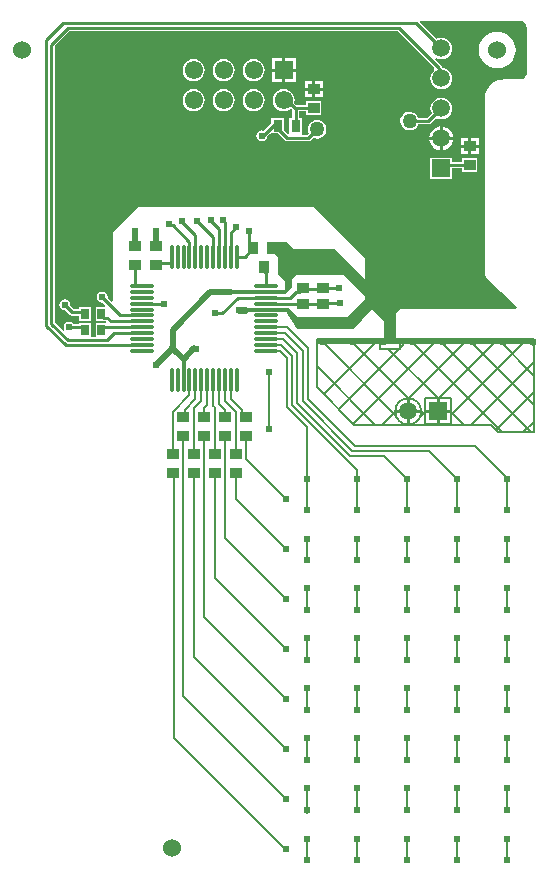
<source format=gbl>
G04*
G04 #@! TF.GenerationSoftware,Altium Limited,Altium Designer,20.0.14 (345)*
G04*
G04 Layer_Physical_Order=2*
G04 Layer_Color=16711680*
%FSLAX25Y25*%
%MOIN*%
G70*
G01*
G75*
%ADD30C,0.00700*%
%ADD32R,0.03150X0.03937*%
%ADD34R,0.03937X0.03543*%
%ADD38C,0.01000*%
%ADD39C,0.02400*%
%ADD40C,0.02000*%
%ADD41C,0.05000*%
%ADD42C,0.06000*%
%ADD43C,0.06102*%
%ADD44R,0.06102X0.06102*%
%ADD45C,0.05984*%
%ADD46R,0.05984X0.05984*%
%ADD47R,0.05984X0.05984*%
%ADD48C,0.02400*%
%ADD49R,0.04000X0.03000*%
G04:AMPARAMS|DCode=50|XSize=30mil|YSize=40mil|CornerRadius=0mil|HoleSize=0mil|Usage=FLASHONLY|Rotation=45.000|XOffset=0mil|YOffset=0mil|HoleType=Round|Shape=Rectangle|*
%AMROTATEDRECTD50*
4,1,4,0.00354,-0.02475,-0.02475,0.00354,-0.00354,0.02475,0.02475,-0.00354,0.00354,-0.02475,0.0*
%
%ADD50ROTATEDRECTD50*%

G04:AMPARAMS|DCode=51|XSize=30mil|YSize=40mil|CornerRadius=0mil|HoleSize=0mil|Usage=FLASHONLY|Rotation=315.000|XOffset=0mil|YOffset=0mil|HoleType=Round|Shape=Rectangle|*
%AMROTATEDRECTD51*
4,1,4,-0.02475,-0.00354,0.00354,0.02475,0.02475,0.00354,-0.00354,-0.02475,-0.02475,-0.00354,0.0*
%
%ADD51ROTATEDRECTD51*%

%ADD52R,0.02756X0.03543*%
%ADD53R,0.03543X0.03937*%
%ADD54O,0.01181X0.08071*%
%ADD55O,0.08071X0.01181*%
%ADD56C,0.01200*%
%ADD57C,0.04000*%
G36*
X178098Y-2104D02*
X178577Y-2302D01*
X179007Y-2590D01*
X179374Y-2956D01*
X179662Y-3387D01*
X179860Y-3865D01*
X179976Y-4447D01*
X179998Y-4747D01*
X180046Y-19020D01*
Y-19270D01*
X179947Y-19769D01*
X179753Y-20239D01*
X179470Y-20662D01*
X179111Y-21021D01*
X178688Y-21304D01*
X178218Y-21498D01*
X177719Y-21597D01*
X172493D01*
X172443Y-21607D01*
X172393Y-21600D01*
X171950Y-21622D01*
X171803Y-21658D01*
X171652D01*
X170784Y-21831D01*
X170598Y-21908D01*
X170402Y-21947D01*
X169584Y-22286D01*
X169417Y-22398D01*
X169231Y-22474D01*
X168495Y-22966D01*
X168353Y-23108D01*
X168186Y-23220D01*
X167560Y-23846D01*
X167448Y-24013D01*
X167306Y-24155D01*
X166814Y-24891D01*
X166738Y-25076D01*
X166626Y-25243D01*
X166287Y-26061D01*
X166248Y-26258D01*
X166171Y-26444D01*
X165998Y-27312D01*
Y-27517D01*
X165959Y-27717D01*
X165961Y-28157D01*
Y-86000D01*
X166116Y-86780D01*
X166558Y-87442D01*
X171558Y-92442D01*
X171558Y-92442D01*
X176654Y-97538D01*
X176463Y-98000D01*
X138038D01*
X136500Y-99530D01*
Y-102000D01*
X132500D01*
X128600Y-98100D01*
X126200D01*
Y-87422D01*
X126200Y-87422D01*
X126200Y-81200D01*
X109000Y-64000D01*
X50500Y-64000D01*
X42000Y-72500D01*
Y-95521D01*
X41538Y-95713D01*
X40294Y-94469D01*
X40335Y-94261D01*
X40196Y-93559D01*
X39798Y-92963D01*
X39202Y-92565D01*
X38500Y-92426D01*
X37798Y-92565D01*
X37202Y-92963D01*
X36805Y-93559D01*
X36665Y-94261D01*
X36805Y-94963D01*
X37202Y-95559D01*
X37798Y-95956D01*
X38500Y-96096D01*
X38708Y-96055D01*
X39580Y-96927D01*
X39389Y-97389D01*
X36278D01*
Y-102133D01*
X39067D01*
X39134Y-102146D01*
X39632D01*
X39820Y-102389D01*
X39580Y-102889D01*
X36278D01*
Y-107398D01*
X34722D01*
Y-102889D01*
X30766D01*
Y-103139D01*
X28915D01*
X28798Y-102963D01*
X28202Y-102565D01*
X27500Y-102426D01*
X26798Y-102565D01*
X26202Y-102963D01*
X25804Y-103559D01*
X25665Y-104261D01*
X25804Y-104963D01*
X25897Y-105102D01*
X25509Y-105421D01*
X22622Y-102534D01*
Y-10465D01*
X27465Y-5621D01*
X137035D01*
X149246Y-17832D01*
X149203Y-18496D01*
X148938Y-18699D01*
X148362Y-19449D01*
X148000Y-20323D01*
X147877Y-21261D01*
X148000Y-22199D01*
X148362Y-23073D01*
X148938Y-23823D01*
X149688Y-24399D01*
X150562Y-24761D01*
X151500Y-24884D01*
X152438Y-24761D01*
X153312Y-24399D01*
X154062Y-23823D01*
X154638Y-23073D01*
X155000Y-22199D01*
X155123Y-21261D01*
X155000Y-20323D01*
X154638Y-19449D01*
X154062Y-18699D01*
X153312Y-18123D01*
X152438Y-17761D01*
X151821Y-17680D01*
X151740Y-17275D01*
X151497Y-16911D01*
X151497Y-16911D01*
X149373Y-14786D01*
X149688Y-14399D01*
X150562Y-14761D01*
X151500Y-14884D01*
X152438Y-14761D01*
X153312Y-14399D01*
X154062Y-13823D01*
X154638Y-13072D01*
X155000Y-12199D01*
X155123Y-11261D01*
X155000Y-10323D01*
X154638Y-9449D01*
X154062Y-8699D01*
X153312Y-8123D01*
X152438Y-7761D01*
X151500Y-7638D01*
X150562Y-7761D01*
X149872Y-8047D01*
X144335Y-2510D01*
X144542Y-2010D01*
X177332Y-2003D01*
X177590D01*
X178098Y-2104D01*
D02*
G37*
G36*
X100000Y-75761D02*
X102239Y-78000D01*
X115900Y-78000D01*
X122764Y-84864D01*
X120915Y-88007D01*
X119670Y-86761D01*
X103288Y-86761D01*
X101120Y-88929D01*
X101120Y-90641D01*
X99358Y-92403D01*
Y-88802D01*
X99060Y-88504D01*
X97000Y-86367D01*
Y-80761D01*
X96000Y-79761D01*
X94000D01*
X93500Y-79261D01*
Y-75761D01*
X100000Y-75761D01*
D02*
G37*
G36*
X100374Y-98308D02*
X102827Y-100761D01*
X103364Y-100761D01*
X120539Y-100761D01*
X122435Y-98865D01*
X125235Y-101665D01*
X122139Y-104761D01*
X103363Y-104761D01*
X99356Y-98308D01*
X100374Y-98308D01*
D02*
G37*
G36*
X182503Y-109950D02*
X110000D01*
Y-107900D01*
X182503D01*
Y-109950D01*
D02*
G37*
%LPC*%
G36*
X170200Y-5649D02*
X169000Y-5767D01*
X167846Y-6117D01*
X166783Y-6686D01*
X165851Y-7451D01*
X165086Y-8383D01*
X164517Y-9446D01*
X164167Y-10600D01*
X164049Y-11800D01*
X164167Y-13000D01*
X164517Y-14154D01*
X165086Y-15217D01*
X165851Y-16149D01*
X166783Y-16914D01*
X167846Y-17483D01*
X169000Y-17833D01*
X170200Y-17951D01*
X171400Y-17833D01*
X172554Y-17483D01*
X173617Y-16914D01*
X174549Y-16149D01*
X175314Y-15217D01*
X175883Y-14154D01*
X176233Y-13000D01*
X176351Y-11800D01*
X176233Y-10600D01*
X175883Y-9446D01*
X175314Y-8383D01*
X174549Y-7451D01*
X173617Y-6686D01*
X172554Y-6117D01*
X171400Y-5767D01*
X170200Y-5649D01*
D02*
G37*
G36*
X103051Y-14449D02*
X99500D01*
Y-18000D01*
X103051D01*
Y-14449D01*
D02*
G37*
G36*
X98500D02*
X94949D01*
Y-18000D01*
X98500D01*
Y-14449D01*
D02*
G37*
G36*
X89000Y-14817D02*
X88047Y-14943D01*
X87159Y-15311D01*
X86396Y-15896D01*
X85811Y-16659D01*
X85443Y-17547D01*
X85317Y-18500D01*
X85443Y-19453D01*
X85811Y-20341D01*
X86396Y-21104D01*
X87159Y-21689D01*
X88047Y-22057D01*
X89000Y-22183D01*
X89953Y-22057D01*
X90841Y-21689D01*
X91604Y-21104D01*
X92189Y-20341D01*
X92557Y-19453D01*
X92683Y-18500D01*
X92557Y-17547D01*
X92189Y-16659D01*
X91604Y-15896D01*
X90841Y-15311D01*
X89953Y-14943D01*
X89000Y-14817D01*
D02*
G37*
G36*
X79000D02*
X78047Y-14943D01*
X77159Y-15311D01*
X76396Y-15896D01*
X75811Y-16659D01*
X75443Y-17547D01*
X75317Y-18500D01*
X75443Y-19453D01*
X75811Y-20341D01*
X76396Y-21104D01*
X77159Y-21689D01*
X78047Y-22057D01*
X79000Y-22183D01*
X79953Y-22057D01*
X80841Y-21689D01*
X81604Y-21104D01*
X82189Y-20341D01*
X82557Y-19453D01*
X82683Y-18500D01*
X82557Y-17547D01*
X82189Y-16659D01*
X81604Y-15896D01*
X80841Y-15311D01*
X79953Y-14943D01*
X79000Y-14817D01*
D02*
G37*
G36*
X69000D02*
X68047Y-14943D01*
X67159Y-15311D01*
X66396Y-15896D01*
X65811Y-16659D01*
X65443Y-17547D01*
X65317Y-18500D01*
X65443Y-19453D01*
X65811Y-20341D01*
X66396Y-21104D01*
X67159Y-21689D01*
X68047Y-22057D01*
X69000Y-22183D01*
X69953Y-22057D01*
X70841Y-21689D01*
X71604Y-21104D01*
X72189Y-20341D01*
X72557Y-19453D01*
X72683Y-18500D01*
X72557Y-17547D01*
X72189Y-16659D01*
X71604Y-15896D01*
X70841Y-15311D01*
X69953Y-14943D01*
X69000Y-14817D01*
D02*
G37*
G36*
X103051Y-19000D02*
X99500D01*
Y-22551D01*
X103051D01*
Y-19000D01*
D02*
G37*
G36*
X98500D02*
X94949D01*
Y-22551D01*
X98500D01*
Y-19000D01*
D02*
G37*
G36*
X111969Y-22079D02*
X109500D01*
Y-24350D01*
X111969D01*
Y-22079D01*
D02*
G37*
G36*
X108500D02*
X106032D01*
Y-24350D01*
X108500D01*
Y-22079D01*
D02*
G37*
G36*
X111969Y-25350D02*
X109500D01*
Y-27622D01*
X111969D01*
Y-25350D01*
D02*
G37*
G36*
X108500D02*
X106032D01*
Y-27622D01*
X108500D01*
Y-25350D01*
D02*
G37*
G36*
X89000Y-24817D02*
X88047Y-24943D01*
X87159Y-25311D01*
X86396Y-25896D01*
X85811Y-26659D01*
X85443Y-27547D01*
X85317Y-28500D01*
X85443Y-29453D01*
X85811Y-30341D01*
X86396Y-31104D01*
X87159Y-31689D01*
X88047Y-32057D01*
X89000Y-32183D01*
X89953Y-32057D01*
X90841Y-31689D01*
X91604Y-31104D01*
X92189Y-30341D01*
X92557Y-29453D01*
X92683Y-28500D01*
X92557Y-27547D01*
X92189Y-26659D01*
X91604Y-25896D01*
X90841Y-25311D01*
X89953Y-24943D01*
X89000Y-24817D01*
D02*
G37*
G36*
X79000D02*
X78047Y-24943D01*
X77159Y-25311D01*
X76396Y-25896D01*
X75811Y-26659D01*
X75443Y-27547D01*
X75317Y-28500D01*
X75443Y-29453D01*
X75811Y-30341D01*
X76396Y-31104D01*
X77159Y-31689D01*
X78047Y-32057D01*
X79000Y-32183D01*
X79953Y-32057D01*
X80841Y-31689D01*
X81604Y-31104D01*
X82189Y-30341D01*
X82557Y-29453D01*
X82683Y-28500D01*
X82557Y-27547D01*
X82189Y-26659D01*
X81604Y-25896D01*
X80841Y-25311D01*
X79953Y-24943D01*
X79000Y-24817D01*
D02*
G37*
G36*
X69000D02*
X68047Y-24943D01*
X67159Y-25311D01*
X66396Y-25896D01*
X65811Y-26659D01*
X65443Y-27547D01*
X65317Y-28500D01*
X65443Y-29453D01*
X65811Y-30341D01*
X66396Y-31104D01*
X67159Y-31689D01*
X68047Y-32057D01*
X69000Y-32183D01*
X69953Y-32057D01*
X70841Y-31689D01*
X71604Y-31104D01*
X72189Y-30341D01*
X72557Y-29453D01*
X72683Y-28500D01*
X72557Y-27547D01*
X72189Y-26659D01*
X71604Y-25896D01*
X70841Y-25311D01*
X69953Y-24943D01*
X69000Y-24817D01*
D02*
G37*
G36*
X99000D02*
X98047Y-24943D01*
X97159Y-25311D01*
X96396Y-25896D01*
X95811Y-26659D01*
X95443Y-27547D01*
X95317Y-28500D01*
X95443Y-29453D01*
X95811Y-30341D01*
X96396Y-31104D01*
X97159Y-31689D01*
X98047Y-32057D01*
X99000Y-32183D01*
X99953Y-32057D01*
X100841Y-31689D01*
X101350Y-31299D01*
X101831Y-31780D01*
Y-34431D01*
X100778D01*
Y-39485D01*
X100365Y-39779D01*
X99222Y-38636D01*
Y-34431D01*
X94872D01*
Y-36041D01*
X92190Y-38724D01*
X91732Y-38633D01*
X91030Y-38772D01*
X90434Y-39170D01*
X90037Y-39766D01*
X89897Y-40468D01*
X90037Y-41170D01*
X90434Y-41766D01*
X91030Y-42163D01*
X91732Y-42303D01*
X92435Y-42163D01*
X93030Y-41766D01*
X93428Y-41170D01*
X93555Y-40531D01*
X94396Y-39690D01*
X94872Y-39568D01*
Y-39568D01*
X94872Y-39568D01*
X96982D01*
X99346Y-41932D01*
X99347Y-41933D01*
X99710Y-42176D01*
X100139Y-42261D01*
X107180D01*
X107180Y-42261D01*
X107609Y-42176D01*
X107973Y-41933D01*
X108853Y-41053D01*
X109575Y-41281D01*
X110390Y-41317D01*
X111187Y-41140D01*
X111911Y-40763D01*
X112513Y-40212D01*
X112952Y-39523D01*
X113197Y-38745D01*
X113233Y-37929D01*
X113056Y-37132D01*
X112679Y-36408D01*
X112128Y-35807D01*
X111439Y-35368D01*
X110661Y-35123D01*
X109845Y-35087D01*
X109048Y-35264D01*
X108325Y-35640D01*
X107723Y-36192D01*
X107284Y-36880D01*
X107039Y-37659D01*
X107003Y-38474D01*
X107180Y-39271D01*
X107276Y-39457D01*
X106716Y-40018D01*
X105250D01*
X105128Y-39568D01*
X105128Y-39518D01*
Y-34431D01*
X104074D01*
Y-32271D01*
X106431D01*
Y-33521D01*
X111568D01*
Y-28778D01*
X106431D01*
Y-30028D01*
X103251D01*
X102571Y-29348D01*
X102683Y-28500D01*
X102557Y-27547D01*
X102189Y-26659D01*
X101604Y-25896D01*
X100841Y-25311D01*
X99953Y-24943D01*
X99000Y-24817D01*
D02*
G37*
G36*
X151500Y-27638D02*
X150562Y-27761D01*
X149688Y-28123D01*
X148938Y-28699D01*
X148362Y-29449D01*
X148000Y-30323D01*
X147877Y-31261D01*
X148000Y-32199D01*
X148286Y-32889D01*
X146796Y-34378D01*
X143911D01*
X143561Y-33707D01*
X143010Y-33105D01*
X142321Y-32666D01*
X141543Y-32421D01*
X140727Y-32385D01*
X139931Y-32562D01*
X139207Y-32939D01*
X138605Y-33490D01*
X138166Y-34179D01*
X137921Y-34957D01*
X137885Y-35772D01*
X138062Y-36569D01*
X138439Y-37293D01*
X138990Y-37895D01*
X139679Y-38334D01*
X140457Y-38579D01*
X141272Y-38615D01*
X142069Y-38438D01*
X142793Y-38061D01*
X143395Y-37510D01*
X143834Y-36821D01*
X143897Y-36622D01*
X147261D01*
X147261Y-36622D01*
X147690Y-36536D01*
X148054Y-36293D01*
X149872Y-34475D01*
X150562Y-34761D01*
X151500Y-34884D01*
X152438Y-34761D01*
X153312Y-34399D01*
X154062Y-33823D01*
X154638Y-33073D01*
X155000Y-32199D01*
X155123Y-31261D01*
X155000Y-30323D01*
X154638Y-29449D01*
X154062Y-28699D01*
X153312Y-28123D01*
X152438Y-27761D01*
X151500Y-27638D01*
D02*
G37*
G36*
X152000Y-37300D02*
Y-40761D01*
X155461D01*
X155389Y-40219D01*
X154987Y-39248D01*
X154347Y-38414D01*
X153513Y-37774D01*
X152542Y-37372D01*
X152000Y-37300D01*
D02*
G37*
G36*
X151000D02*
X150458Y-37372D01*
X149487Y-37774D01*
X148653Y-38414D01*
X148013Y-39248D01*
X147611Y-40219D01*
X147539Y-40761D01*
X151000D01*
Y-37300D01*
D02*
G37*
G36*
X163969Y-41079D02*
X161500D01*
Y-43350D01*
X163969D01*
Y-41079D01*
D02*
G37*
G36*
X160500D02*
X158031D01*
Y-43350D01*
X160500D01*
Y-41079D01*
D02*
G37*
G36*
X155461Y-41761D02*
X152000D01*
Y-45222D01*
X152542Y-45150D01*
X153513Y-44748D01*
X154347Y-44108D01*
X154987Y-43274D01*
X155389Y-42303D01*
X155461Y-41761D01*
D02*
G37*
G36*
X151000D02*
X147539D01*
X147611Y-42303D01*
X148013Y-43274D01*
X148653Y-44108D01*
X149487Y-44748D01*
X150458Y-45150D01*
X151000Y-45222D01*
Y-41761D01*
D02*
G37*
G36*
X163969Y-44350D02*
X161500D01*
Y-46622D01*
X163969D01*
Y-44350D01*
D02*
G37*
G36*
X160500D02*
X158031D01*
Y-46622D01*
X160500D01*
Y-44350D01*
D02*
G37*
G36*
X155092Y-47669D02*
X147908D01*
Y-54853D01*
X155092D01*
Y-51271D01*
X158431D01*
Y-52521D01*
X163568D01*
Y-47778D01*
X158431D01*
Y-49028D01*
X155092D01*
Y-47669D01*
D02*
G37*
G36*
X26000Y-94926D02*
X25298Y-95065D01*
X24702Y-95463D01*
X24304Y-96059D01*
X24165Y-96761D01*
X24304Y-97463D01*
X24702Y-98059D01*
X25298Y-98457D01*
X26000Y-98596D01*
X26208Y-98555D01*
X27707Y-100054D01*
X27707Y-100054D01*
X28071Y-100297D01*
X28500Y-100382D01*
X30766D01*
Y-102133D01*
X34722D01*
Y-97389D01*
X30766D01*
Y-98139D01*
X28965D01*
X27794Y-96969D01*
X27835Y-96761D01*
X27696Y-96059D01*
X27298Y-95463D01*
X26702Y-95065D01*
X26000Y-94926D01*
D02*
G37*
%LPD*%
D30*
X144842Y-132261D02*
G03*
X144842Y-132261I-4342J0D01*
G01*
X160467Y-108261D02*
X182506Y-130299D01*
X160467Y-108261D02*
X182506Y-130300D01*
X144500Y-108261D02*
X182503Y-108261D01*
X140738Y-127925D02*
X160402Y-108261D01*
X180266Y-108261D02*
X182503Y-110498D01*
X170367Y-108261D02*
X182504Y-120399D01*
X150644Y-127919D02*
X170301Y-108261D01*
X154842Y-133620D02*
X180201Y-108261D01*
X146158Y-127919D02*
X154842D01*
X144842Y-132234D02*
X146158Y-133550D01*
X144407Y-134155D02*
X146158Y-132404D01*
X161600Y-136761D02*
X182504Y-115858D01*
X182503Y-108261D02*
X182507Y-139261D01*
X150568Y-108261D02*
X181568Y-139261D01*
X140668Y-108261D02*
X171668Y-139261D01*
X178900Y-139261D02*
X182507Y-135654D01*
X170500Y-139261D02*
X182507Y-139261D01*
X169750Y-138511D02*
X182505Y-125756D01*
X154842Y-136603D02*
Y-127919D01*
Y-132334D02*
X159269Y-136761D01*
X146158Y-136603D02*
Y-127919D01*
Y-136603D02*
X154842D01*
X168000Y-136761D02*
X170500Y-139261D01*
X141802Y-136761D02*
X142394Y-136168D01*
X137850Y-111014D02*
X140603Y-108261D01*
X137850Y-111350D02*
Y-108261D01*
X144500Y-108261D01*
X137850Y-111014D02*
X140603Y-108261D01*
X137514Y-111350D02*
X137850Y-111014D01*
X133858Y-111350D02*
X150426Y-127919D01*
X131150Y-111350D02*
X137850D01*
X120869Y-108261D02*
X140527Y-127919D01*
X130769Y-108261D02*
X131150Y-108642D01*
Y-111350D02*
Y-108261D01*
X110000Y-108261D02*
X131150Y-108261D01*
X112352Y-126613D02*
X130703Y-108261D01*
X110000Y-109166D02*
X110905Y-108261D01*
X137514Y-111350D02*
X137850Y-111014D01*
X110000Y-124261D02*
X110000Y-108261D01*
X122251Y-136512D02*
X150503Y-108261D01*
X139069Y-136361D02*
X139470Y-136761D01*
X130500D02*
X168000Y-136761D01*
X117301Y-131562D02*
X137514Y-111350D01*
X117301Y-131562D02*
X137514Y-111350D01*
X110970Y-108261D02*
X136400Y-133692D01*
X110000Y-117191D02*
X129570Y-136761D01*
X122500D02*
X130500D01*
X131902D02*
X136164Y-132499D01*
X110000Y-124261D02*
X122500Y-136761D01*
X99953Y-104214D02*
X107000Y-111261D01*
X93071Y-104214D02*
X99953D01*
X94000Y-138000D02*
Y-119000D01*
X100200Y-130961D02*
X106784Y-137545D01*
X103600Y-129457D02*
Y-112861D01*
X98913Y-108174D02*
X103600Y-112861D01*
X107000Y-128048D02*
Y-111261D01*
Y-128048D02*
X122613Y-143661D01*
X105300Y-128753D02*
X121908Y-145361D01*
X105300Y-128753D02*
Y-112061D01*
X101900Y-130161D02*
X123489Y-151750D01*
X101900Y-130161D02*
Y-113757D01*
X98262Y-110119D02*
X101900Y-113757D01*
X103600Y-129457D02*
X121204Y-147061D01*
X97827Y-112088D02*
X100200Y-114461D01*
X99421Y-106182D02*
X105300Y-112061D01*
X100200Y-130961D02*
Y-114461D01*
X93071Y-110119D02*
X98262D01*
X106784Y-154895D02*
Y-137545D01*
X122613Y-143661D02*
X162900D01*
X121908Y-145361D02*
X147365D01*
X121204Y-147061D02*
X132360D01*
X123489Y-154895D02*
Y-151750D01*
X72500Y-200882D02*
Y-140410D01*
Y-200882D02*
X99783Y-228165D01*
X62500Y-241261D02*
Y-152410D01*
X99518Y-278279D02*
X99783D01*
X62500Y-241261D02*
X99518Y-278279D01*
X65500Y-227291D02*
Y-140410D01*
Y-227291D02*
X99783Y-261575D01*
X99609Y-244870D02*
X99783D01*
X69000Y-214261D02*
X99609Y-244870D01*
X69000Y-214261D02*
Y-151910D01*
X86500Y-148261D02*
X99783Y-161544D01*
Y-161583D02*
Y-161544D01*
X86500Y-148261D02*
Y-140410D01*
X83000Y-161425D02*
X99783Y-178208D01*
X83000Y-161425D02*
Y-151910D01*
X79500Y-174551D02*
X99783Y-194834D01*
X79500Y-174551D02*
Y-140410D01*
X76250Y-187927D02*
X99783Y-211460D01*
X76000Y-187927D02*
Y-152161D01*
Y-151910D02*
X76250Y-152161D01*
X62000Y-151910D02*
X62500Y-152410D01*
X69513Y-128248D02*
Y-121866D01*
X65500Y-134111D02*
X66061Y-133550D01*
Y-131700D02*
X69513Y-128248D01*
X66061Y-133550D02*
Y-131700D01*
X69000Y-145611D02*
Y-131261D01*
X71516Y-128745D02*
Y-121832D01*
X69000Y-131261D02*
X71516Y-128745D01*
X76000Y-145611D02*
Y-130872D01*
X75453Y-130325D02*
Y-121832D01*
Y-130325D02*
X76000Y-130872D01*
X77421Y-129682D02*
Y-121832D01*
X79439Y-134050D02*
X79500Y-134111D01*
X79439Y-134050D02*
Y-131700D01*
X77421Y-129682D02*
X79439Y-131700D01*
X81450Y-128211D02*
Y-121924D01*
X86434Y-134111D02*
X86500D01*
X85013Y-132690D02*
X86434Y-134111D01*
X85013Y-132690D02*
Y-131774D01*
X81450Y-128211D02*
X85013Y-131774D01*
X72500Y-134111D02*
Y-131078D01*
X73484Y-130094D01*
Y-121832D01*
X69513Y-121866D02*
X69547Y-121832D01*
X67544Y-121866D02*
X67579Y-121832D01*
X67544Y-126771D02*
Y-121866D01*
X62000Y-145611D02*
Y-132316D01*
X67544Y-126771D01*
X83000Y-145611D02*
Y-132316D01*
X79390Y-128705D02*
X83000Y-132316D01*
X79390Y-128705D02*
Y-121832D01*
X81358D02*
X81450Y-121924D01*
X93094Y-108174D02*
X98913D01*
X93071Y-112088D02*
X97827D01*
X93071Y-106182D02*
X99421D01*
X93071Y-108151D02*
X93094Y-108174D01*
X132360Y-147061D02*
X140194Y-154895D01*
X147365Y-145361D02*
X156899Y-154895D01*
X162900Y-143661D02*
X173603Y-154364D01*
Y-215088D02*
Y-207831D01*
Y-181836D02*
Y-174579D01*
Y-198462D02*
Y-191205D01*
X140193Y-215088D02*
Y-207832D01*
Y-181836D02*
Y-174580D01*
Y-198462D02*
Y-191206D01*
X123488Y-248497D02*
X123489Y-248497D01*
Y-241242D01*
X123489Y-241241D01*
X123488Y-231792D02*
X123489Y-231792D01*
Y-224537D01*
X123489Y-224536D01*
X123488Y-215088D02*
X123489Y-215087D01*
Y-207911D01*
X123489Y-207910D01*
X123488Y-198462D02*
X123489Y-198461D01*
Y-191285D01*
X123489Y-191285D01*
X123489Y-281907D02*
Y-273864D01*
X106784Y-154895D02*
X106784Y-154895D01*
X106784Y-165209D02*
Y-154895D01*
X106783Y-165210D02*
X106784Y-165209D01*
X123489D02*
Y-154895D01*
X140193Y-165209D02*
Y-154895D01*
X156898D02*
X156899Y-154895D01*
X156898Y-165209D02*
Y-154895D01*
X156898Y-165210D02*
X156898Y-165209D01*
Y-215088D02*
Y-207831D01*
Y-181836D02*
Y-174579D01*
Y-198462D02*
Y-191205D01*
X173603Y-154895D02*
X173603Y-154895D01*
X173603Y-165209D02*
Y-154895D01*
X173602Y-165210D02*
X173603Y-165209D01*
X156898Y-231792D02*
Y-224536D01*
X140193Y-248497D02*
Y-241241D01*
Y-231792D02*
Y-224536D01*
X173603Y-231792D02*
Y-224536D01*
X156898Y-248497D02*
Y-241241D01*
X173603Y-248497D02*
Y-241241D01*
X123489Y-265202D02*
Y-257946D01*
X140193Y-265202D02*
Y-257946D01*
X156898Y-265202D02*
Y-257946D01*
X173603Y-265202D02*
Y-257946D01*
X140193Y-281907D02*
Y-274651D01*
X156898Y-281907D02*
Y-274651D01*
X173603Y-281907D02*
Y-274651D01*
X106783Y-248497D02*
X106784Y-248497D01*
X123489Y-181836D02*
Y-174659D01*
Y-181836D02*
X123489Y-174659D01*
X106784Y-198461D02*
Y-191285D01*
Y-190498D01*
Y-215087D02*
Y-207911D01*
Y-181835D02*
Y-174659D01*
Y-224537D02*
X106784Y-224536D01*
X106784Y-174659D02*
X106784Y-174659D01*
X106783Y-181836D02*
X106784Y-181835D01*
Y-191285D02*
X106784Y-191285D01*
X106783Y-198462D02*
X106784Y-198461D01*
Y-207911D02*
X106784Y-207910D01*
X106783Y-215088D02*
X106784Y-215087D01*
Y-241242D02*
X106784Y-241241D01*
X106783Y-265202D02*
X106784Y-265201D01*
Y-257946D02*
X106784Y-257946D01*
X106783Y-281907D02*
X106784Y-281906D01*
Y-274651D02*
X106784Y-274651D01*
X106783Y-231792D02*
X106784Y-231792D01*
Y-224537D01*
Y-248497D02*
Y-241242D01*
Y-257946D02*
Y-257159D01*
Y-265201D02*
Y-257946D01*
Y-265989D02*
Y-265201D01*
Y-274651D02*
Y-273864D01*
Y-281906D02*
Y-274651D01*
D32*
X102953Y-37000D02*
D03*
X97047D02*
D03*
D34*
X161000Y-43850D02*
D03*
Y-50150D02*
D03*
X86500Y-140410D02*
D03*
Y-134111D02*
D03*
X76000Y-146500D02*
D03*
Y-152799D02*
D03*
X105500Y-84911D02*
D03*
Y-91211D02*
D03*
Y-96611D02*
D03*
Y-102910D02*
D03*
X112000Y-96611D02*
D03*
Y-102910D02*
D03*
X56500Y-83411D02*
D03*
Y-77111D02*
D03*
X109000Y-31150D02*
D03*
Y-24850D02*
D03*
X112000Y-91211D02*
D03*
Y-84911D02*
D03*
X49500Y-77111D02*
D03*
Y-83411D02*
D03*
X79500Y-134111D02*
D03*
Y-140410D02*
D03*
X83000Y-146500D02*
D03*
Y-152799D02*
D03*
X72500Y-134111D02*
D03*
Y-140410D02*
D03*
X69000Y-146500D02*
D03*
Y-152799D02*
D03*
X65500Y-134111D02*
D03*
Y-140410D02*
D03*
X62000Y-152799D02*
D03*
X62000Y-146500D02*
D03*
D38*
X150500Y-132261D02*
X154492D01*
X150500D02*
Y-128269D01*
X146508Y-132261D02*
X150500D01*
X140500Y-136253D02*
Y-132261D01*
X150500Y-136253D02*
Y-132261D01*
X140500D02*
Y-128269D01*
Y-132261D02*
X144492D01*
X136508D02*
X140500D01*
X103705Y-101639D02*
X104228D01*
X112000Y-102910D02*
X121000D01*
X105500D02*
X112000D01*
X78500Y-99500D02*
X83629Y-94371D01*
X76000Y-99500D02*
X78500D01*
X83629Y-94371D02*
X93071D01*
X101129D01*
X161000Y-50150D02*
X161500D01*
X152611D02*
X161000D01*
X112000Y-91410D02*
X112150Y-91261D01*
X105500Y-91410D02*
X112000D01*
X93071Y-96308D02*
X105197D01*
X51964Y-96305D02*
X59200D01*
X101129Y-94371D02*
X103018Y-92482D01*
X104228D01*
X105500Y-91211D01*
X87579Y-76686D02*
X88850Y-77958D01*
X92500Y-40000D02*
X96500Y-36000D01*
X97047Y-38047D02*
Y-37000D01*
X147261Y-35500D02*
X151500Y-31261D01*
X141500Y-35500D02*
X147261D01*
X107180Y-41140D02*
X110118Y-38202D01*
X100139Y-41140D02*
X107180D01*
X27000Y-4500D02*
X137500D01*
X21500Y-10000D02*
X27000Y-4500D01*
X137500D02*
X150704Y-17704D01*
X25600Y-2900D02*
X143139D01*
X151500Y-11261D01*
X19900Y-8600D02*
X25600Y-2900D01*
X102953Y-37000D02*
Y-31316D01*
X102787Y-31150D02*
X102953Y-31316D01*
X97047Y-38047D02*
X100139Y-41140D01*
X102787Y-31150D02*
X109000D01*
X100137Y-28500D02*
X102787Y-31150D01*
X99000Y-28500D02*
X100137D01*
X74700Y-68900D02*
Y-68600D01*
Y-68900D02*
X77421Y-71621D01*
Y-80690D02*
Y-71621D01*
X70000Y-68800D02*
X75453Y-74253D01*
Y-80690D02*
Y-74253D01*
X70000Y-68800D02*
Y-68700D01*
X79390Y-80690D02*
Y-68990D01*
X78900Y-68500D02*
X79390Y-68990D01*
X81358Y-72742D02*
X83200Y-70900D01*
X81358Y-80690D02*
Y-72742D01*
X151500Y-51261D02*
X152611Y-50150D01*
X65076Y-68976D02*
Y-68824D01*
X61968Y-70168D02*
X67579Y-75779D01*
X65076Y-68976D02*
X69524Y-73424D01*
X61068Y-70168D02*
X61968D01*
X60800Y-69900D02*
X61068Y-70168D01*
X69524Y-80666D02*
Y-73424D01*
X67579Y-80690D02*
Y-75779D01*
X69524Y-80666D02*
X69547Y-80690D01*
X149889Y-49650D02*
X151500Y-51261D01*
X150704Y-20465D02*
X151500Y-21261D01*
X150704Y-20465D02*
Y-17704D01*
X21500Y-102998D02*
Y-10000D01*
X19900Y-103661D02*
Y-8600D01*
X21500Y-102998D02*
X27021Y-108519D01*
X19900Y-103661D02*
X26358Y-110119D01*
X112350Y-96261D02*
X117613D01*
X112150Y-91261D02*
X117500D01*
X87579Y-76686D02*
Y-72340D01*
X87500Y-72261D02*
X87579Y-72340D01*
X61673Y-82677D02*
Y-80690D01*
X56500Y-83411D02*
X57150Y-82761D01*
X61590D01*
X61673Y-82677D01*
X49500Y-90351D02*
Y-83411D01*
Y-90351D02*
X49584Y-90434D01*
X51929D01*
X32744Y-105261D02*
Y-105139D01*
X31866Y-104261D02*
X32744Y-105139D01*
X27500Y-104261D02*
X31866D01*
X28500Y-99261D02*
X32244D01*
X26000Y-96761D02*
X28500Y-99261D01*
X26000Y-96761D02*
X26379D01*
X32244Y-99261D02*
X32744Y-99761D01*
X26358Y-110119D02*
X51929D01*
X112000Y-96611D02*
X112350Y-96261D01*
X38500Y-94261D02*
X44516Y-100277D01*
X51929D01*
X83327Y-80690D02*
X86118D01*
X88850Y-77958D01*
X41484Y-102245D02*
X51929D01*
X38256Y-100146D02*
Y-99761D01*
Y-100146D02*
X39134Y-101024D01*
X40263D02*
X41484Y-102245D01*
X39134Y-101024D02*
X40263D01*
X39134Y-104214D02*
X51929D01*
X38256Y-105092D02*
X39134Y-104214D01*
X38256Y-105261D02*
Y-105092D01*
X27021Y-108519D02*
X40203D01*
X42540Y-106182D01*
X51929Y-96340D02*
X51964Y-96305D01*
X93071Y-90434D02*
Y-85981D01*
X91850Y-84761D02*
X93071Y-85981D01*
X105500Y-96611D02*
X112000D01*
X105197Y-96308D02*
X105500Y-96611D01*
X104228Y-101639D02*
X105500Y-102910D01*
X42540Y-106182D02*
X51929D01*
X123489Y-154895D02*
X123489Y-154895D01*
X123488Y-165210D02*
X123489Y-165209D01*
X140193Y-154895D02*
X140194Y-154895D01*
X140193Y-165210D02*
X140193Y-165209D01*
D39*
X84000Y-98500D02*
X86000D01*
D40*
X49500Y-77111D02*
Y-72000D01*
X49500Y-72000D02*
X49500Y-72000D01*
X74597Y-92403D02*
X81565D01*
X56500Y-77111D02*
Y-72000D01*
X56500Y-72000D02*
X56500Y-72000D01*
X62000Y-105000D02*
X74597Y-92403D01*
X56500Y-116761D02*
X56500D01*
X62000Y-111262D02*
Y-105000D01*
X61762Y-111500D02*
X62000Y-111262D01*
X61762Y-111500D02*
X62141D01*
X62811Y-112171D01*
X62910D02*
X65610Y-114871D01*
X62811Y-112171D02*
X62910D01*
X61761Y-111500D02*
X61762D01*
X56500Y-116761D02*
X61761Y-111500D01*
X69221Y-111261D02*
X69255D01*
X65610Y-114871D02*
X69221Y-111261D01*
D41*
X141000Y-35500D02*
D03*
X110118Y-38202D02*
D03*
D42*
X170200Y-11800D02*
D03*
X61800Y-277700D02*
D03*
X11800Y-11800D02*
D03*
D43*
X69000Y-28500D02*
D03*
Y-18500D02*
D03*
X79000Y-28500D02*
D03*
X89000D02*
D03*
X79000Y-18500D02*
D03*
X89000D02*
D03*
X99000Y-28500D02*
D03*
D44*
Y-18500D02*
D03*
D45*
X140500Y-132261D02*
D03*
X151500Y-11261D02*
D03*
Y-21261D02*
D03*
Y-31261D02*
D03*
Y-41261D02*
D03*
D46*
X150500Y-132261D02*
D03*
D47*
X151500Y-51261D02*
D03*
D48*
X112000Y-109000D02*
D03*
X49500Y-72000D02*
D03*
X84000Y-98500D02*
D03*
X56500Y-72000D02*
D03*
X76000Y-99500D02*
D03*
X56500Y-116761D02*
D03*
X138500Y-79761D02*
D03*
X143500Y-89761D02*
D03*
X133500D02*
D03*
X158500Y-79761D02*
D03*
X163500Y-89761D02*
D03*
X148500Y-79761D02*
D03*
X153500Y-89761D02*
D03*
X91732Y-40468D02*
D03*
X163500Y-29761D02*
D03*
X158500Y-59761D02*
D03*
X163500Y-69761D02*
D03*
X148500Y-59761D02*
D03*
X153500Y-69761D02*
D03*
X138500Y-19761D02*
D03*
X143500Y-29761D02*
D03*
X138500Y-59761D02*
D03*
X143500Y-69761D02*
D03*
X133500Y-9761D02*
D03*
X128500Y-19761D02*
D03*
X133500Y-29761D02*
D03*
X128500Y-59761D02*
D03*
X133500Y-69761D02*
D03*
X123500Y-9761D02*
D03*
X118500Y-39761D02*
D03*
X123500Y-49761D02*
D03*
X118500Y-59761D02*
D03*
X123500Y-69761D02*
D03*
X113500Y-9761D02*
D03*
Y-49761D02*
D03*
X103500Y-9761D02*
D03*
Y-49761D02*
D03*
X93500Y-9761D02*
D03*
X58500Y-19761D02*
D03*
X53500Y-9761D02*
D03*
X48500Y-19761D02*
D03*
X53500Y-29761D02*
D03*
X48500Y-39761D02*
D03*
X53500Y-49761D02*
D03*
X43500Y-9761D02*
D03*
X38500Y-19761D02*
D03*
X43500Y-29761D02*
D03*
X38500Y-39761D02*
D03*
X43500Y-49761D02*
D03*
X38500Y-59761D02*
D03*
Y-79761D02*
D03*
X33500Y-9761D02*
D03*
X28500Y-19761D02*
D03*
X33500Y-29761D02*
D03*
X28500Y-39761D02*
D03*
X33500Y-49761D02*
D03*
X28500Y-59761D02*
D03*
X33500Y-69761D02*
D03*
X28500Y-79761D02*
D03*
X74700Y-68600D02*
D03*
X78900Y-68500D02*
D03*
X61762Y-111500D02*
D03*
X70000Y-68700D02*
D03*
X182000Y-109000D02*
D03*
X172000D02*
D03*
X162000D02*
D03*
X152000D02*
D03*
X142000D02*
D03*
X132000D02*
D03*
X122000D02*
D03*
X65076Y-68824D02*
D03*
X60800Y-69900D02*
D03*
X83200Y-70900D02*
D03*
X111000Y-80000D02*
D03*
X94000Y-119000D02*
D03*
Y-138000D02*
D03*
X117613Y-96261D02*
D03*
X117500Y-91261D02*
D03*
X27500Y-104261D02*
D03*
X26000Y-96761D02*
D03*
X38500Y-94261D02*
D03*
X87500Y-72261D02*
D03*
X69755Y-111500D02*
D03*
X59200Y-96544D02*
D03*
X106783Y-248497D02*
D03*
X99783Y-261575D02*
D03*
Y-194834D02*
D03*
Y-211460D02*
D03*
X106783Y-165210D02*
D03*
X123488D02*
D03*
X173602D02*
D03*
X156898D02*
D03*
X140193D02*
D03*
X123489Y-154895D02*
D03*
X173603D02*
D03*
X156899D02*
D03*
X140194D02*
D03*
X106784D02*
D03*
X140194Y-224536D02*
D03*
X156899D02*
D03*
X173603D02*
D03*
X173602Y-215088D02*
D03*
X99783Y-161583D02*
D03*
X156899Y-174659D02*
D03*
X106784D02*
D03*
X123489D02*
D03*
X140194D02*
D03*
X173603D02*
D03*
X106783Y-181836D02*
D03*
X123488D02*
D03*
X173602D02*
D03*
X156898D02*
D03*
X140193D02*
D03*
X99783Y-178208D02*
D03*
X156899Y-191285D02*
D03*
X106784D02*
D03*
X123489D02*
D03*
X140194D02*
D03*
X173603D02*
D03*
X106783Y-198462D02*
D03*
X123488D02*
D03*
X173602D02*
D03*
X156898D02*
D03*
X140193D02*
D03*
X156899Y-207910D02*
D03*
X106784D02*
D03*
X123489D02*
D03*
X140194D02*
D03*
X173603D02*
D03*
X123488Y-215088D02*
D03*
X156898D02*
D03*
X140193D02*
D03*
X106784Y-224536D02*
D03*
X173602Y-231792D02*
D03*
X156898D02*
D03*
X140193D02*
D03*
X123489Y-224536D02*
D03*
X123488Y-231792D02*
D03*
X173603Y-241241D02*
D03*
X173602Y-248497D02*
D03*
X156899Y-241241D02*
D03*
X156898Y-248497D02*
D03*
X140193D02*
D03*
X123489Y-241241D02*
D03*
X123488Y-248497D02*
D03*
X106784Y-241241D02*
D03*
X173603Y-257946D02*
D03*
X173602Y-265202D02*
D03*
X156899Y-257946D02*
D03*
X156898Y-265202D02*
D03*
X140194Y-257946D02*
D03*
X140193Y-265202D02*
D03*
X123489Y-257946D02*
D03*
X123488Y-265202D02*
D03*
X106783D02*
D03*
X106784Y-257946D02*
D03*
X173603Y-274651D02*
D03*
X173602Y-281907D02*
D03*
X156899Y-274651D02*
D03*
X156898Y-281907D02*
D03*
X140194Y-274651D02*
D03*
X140193Y-281907D02*
D03*
X123489Y-274651D02*
D03*
X123488Y-281907D02*
D03*
X106783D02*
D03*
X106784Y-274651D02*
D03*
X140194Y-241241D02*
D03*
X106783Y-231792D02*
D03*
X99783Y-228165D02*
D03*
Y-244870D02*
D03*
Y-278279D02*
D03*
X106783Y-215088D02*
D03*
D49*
X134500Y-108500D02*
D03*
Y-99500D02*
D03*
D50*
X122218Y-101882D02*
D03*
X128582Y-95518D02*
D03*
D51*
X121513Y-86443D02*
D03*
X127876Y-92807D02*
D03*
D52*
X38256Y-99761D02*
D03*
X32744D02*
D03*
X38256Y-105261D02*
D03*
X32744D02*
D03*
D53*
X88850Y-77761D02*
D03*
X95150D02*
D03*
X98650Y-84261D02*
D03*
X92350D02*
D03*
D54*
X83327Y-121832D02*
D03*
X81358D02*
D03*
X79390D02*
D03*
X77421D02*
D03*
X75453D02*
D03*
X73484D02*
D03*
X71516D02*
D03*
X69547D02*
D03*
X67579D02*
D03*
X65610D02*
D03*
X63642D02*
D03*
X61673D02*
D03*
Y-80690D02*
D03*
X63642D02*
D03*
X65610D02*
D03*
X67579D02*
D03*
X69547D02*
D03*
X71516D02*
D03*
X73484D02*
D03*
X75453D02*
D03*
X77421D02*
D03*
X79390D02*
D03*
X81358D02*
D03*
X83327D02*
D03*
D55*
X51929Y-112088D02*
D03*
Y-110119D02*
D03*
Y-108151D02*
D03*
Y-106182D02*
D03*
Y-104214D02*
D03*
Y-102245D02*
D03*
Y-100277D02*
D03*
Y-98308D02*
D03*
Y-96340D02*
D03*
Y-94371D02*
D03*
Y-92403D02*
D03*
Y-90434D02*
D03*
X93071D02*
D03*
Y-92403D02*
D03*
Y-94371D02*
D03*
Y-96340D02*
D03*
Y-98308D02*
D03*
Y-100277D02*
D03*
Y-102245D02*
D03*
Y-104214D02*
D03*
Y-106182D02*
D03*
Y-108151D02*
D03*
Y-110119D02*
D03*
Y-112088D02*
D03*
D56*
X86192Y-98308D02*
X100374D01*
X103705Y-101639D01*
X86000Y-98500D02*
X86192Y-98308D01*
X81565Y-92403D02*
X99358D01*
X101120Y-90641D01*
Y-88141D01*
X65610Y-121832D02*
Y-114871D01*
D57*
X134500Y-107500D02*
Y-100500D01*
X122925Y-101175D02*
X127875Y-96225D01*
X122220Y-87150D02*
X127169Y-92100D01*
M02*

</source>
